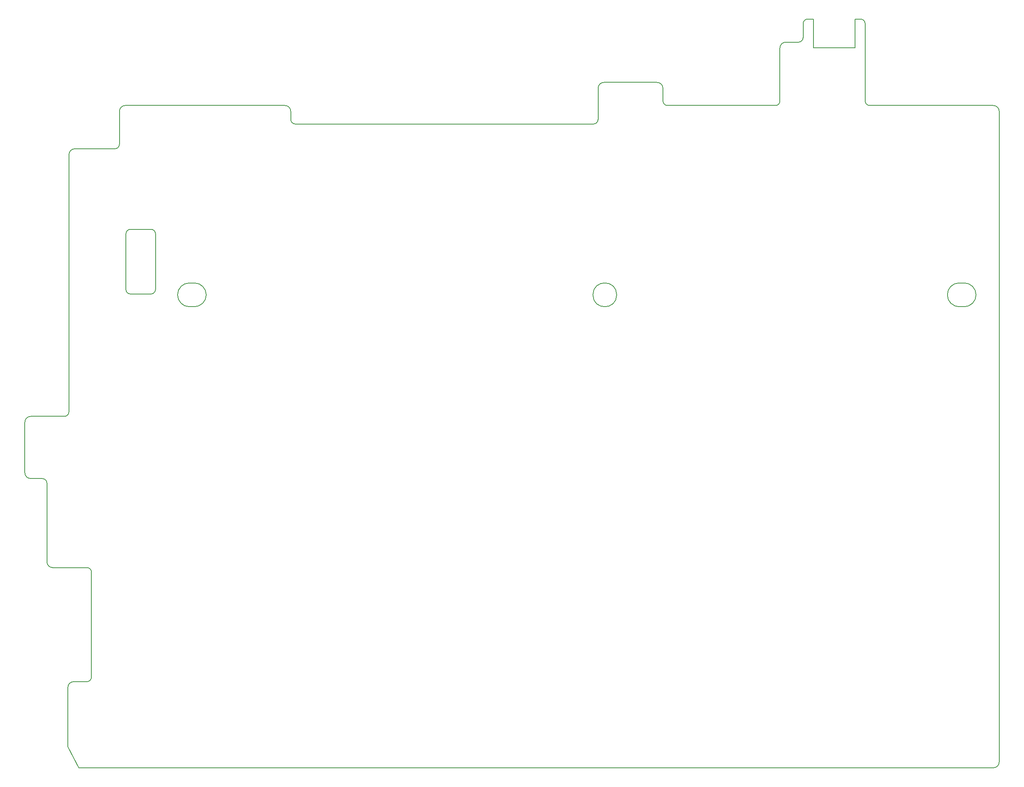
<source format=gbr>
%TF.GenerationSoftware,KiCad,Pcbnew,8.0.2*%
%TF.CreationDate,2024-11-08T19:37:49-08:00*%
%TF.ProjectId,gh80-5000-right,67683830-2d35-4303-9030-2d7269676874,rev?*%
%TF.SameCoordinates,Original*%
%TF.FileFunction,Profile,NP*%
%FSLAX46Y46*%
G04 Gerber Fmt 4.6, Leading zero omitted, Abs format (unit mm)*
G04 Created by KiCad (PCBNEW 8.0.2) date 2024-11-08 19:37:49*
%MOMM*%
%LPD*%
G01*
G04 APERTURE LIST*
%TA.AperFunction,Profile*%
%ADD10C,0.200000*%
%TD*%
G04 APERTURE END LIST*
D10*
X135650000Y-81580000D02*
X135650000Y-79822764D01*
X87512500Y-204420009D02*
X87512500Y-217190000D01*
X92612500Y-202170009D02*
G75*
G02*
X91612512Y-203170000I-1000000J9D01*
G01*
X87750000Y-89190009D02*
X87750000Y-144800009D01*
X241300000Y-77580009D02*
G75*
G02*
X240300012Y-78580000I-1000000J9D01*
G01*
X214775012Y-73580000D02*
G75*
G02*
X216024979Y-74837254I-12J-1250000D01*
G01*
X248500000Y-66060000D02*
X257500000Y-66060000D01*
X84237512Y-178500000D02*
X91612512Y-178500000D01*
X134400012Y-78580000D02*
G75*
G02*
X135649979Y-79822764I-12J-1250000D01*
G01*
X280025012Y-116940018D02*
X280025012Y-116940000D01*
X87512500Y-204420009D02*
G75*
G02*
X88762512Y-203170000I1250000J9D01*
G01*
X101050012Y-105340000D02*
X105450012Y-105340000D01*
X79475012Y-159240000D02*
G75*
G02*
X78225000Y-157990000I-12J1250000D01*
G01*
X280025012Y-116940000D02*
X281075012Y-116940000D01*
X287400012Y-221790000D02*
X89912500Y-221790000D01*
X87750000Y-144800009D02*
G75*
G02*
X86750012Y-145800000I-1000000J9D01*
G01*
X202025000Y-74830009D02*
X202025000Y-81580009D01*
X246300000Y-60880009D02*
X246300000Y-63880009D01*
X247300012Y-59880000D02*
X248500000Y-59880000D01*
X259700000Y-60886333D02*
X259700000Y-77580000D01*
X97650012Y-87940000D02*
X89000012Y-87940000D01*
X81987512Y-159240000D02*
G75*
G02*
X82987479Y-160246489I-12J-1000000D01*
G01*
X257500000Y-59880000D02*
X258700012Y-59880000D01*
X113775012Y-116940018D02*
X113775012Y-116940000D01*
X113775012Y-122090000D02*
G75*
G02*
X113775012Y-116940000I-12J2575000D01*
G01*
X106450000Y-118340009D02*
G75*
G02*
X105450012Y-119340000I-1000000J9D01*
G01*
X79475012Y-159240000D02*
X81987512Y-159240000D01*
X260700012Y-78580000D02*
G75*
G02*
X259700000Y-77580000I-12J1000000D01*
G01*
X86750012Y-145800000D02*
X79475012Y-145800000D01*
X257500000Y-66060000D02*
X257500000Y-59880000D01*
X202025000Y-74830009D02*
G75*
G02*
X203275012Y-73580000I1250000J9D01*
G01*
X101050012Y-119340000D02*
G75*
G02*
X100050000Y-118340000I-12J1000000D01*
G01*
X84237512Y-178500000D02*
G75*
G02*
X82987500Y-177250000I-12J1250000D01*
G01*
X246300000Y-60880009D02*
G75*
G02*
X247300012Y-59880000I1000000J9D01*
G01*
X87512500Y-217190000D02*
X89912500Y-221790000D01*
X100050000Y-106340009D02*
G75*
G02*
X101050012Y-105340000I1000000J9D01*
G01*
X134400012Y-78580000D02*
X99900012Y-78580000D01*
X98650000Y-86940009D02*
G75*
G02*
X97650012Y-87940000I-1000000J9D01*
G01*
X100050000Y-118340000D02*
X100050000Y-106340009D01*
X106450000Y-106346489D02*
X106450000Y-118340009D01*
X201025012Y-82580000D02*
X136650012Y-82580000D01*
X248500000Y-59880000D02*
X248500000Y-66060000D01*
X105450012Y-105340000D02*
G75*
G02*
X106449979Y-106346489I-12J-1000000D01*
G01*
X216025000Y-74837254D02*
X216025000Y-77580000D01*
X206050000Y-119515000D02*
G75*
G02*
X200900000Y-119515000I-2575000J0D01*
G01*
X200900000Y-119515000D02*
G75*
G02*
X206050000Y-119515000I2575000J0D01*
G01*
X288650000Y-79837254D02*
X288650000Y-220540009D01*
X258700012Y-59880000D02*
G75*
G02*
X259699980Y-60886333I-12J-1000000D01*
G01*
X82987500Y-160246489D02*
X82987500Y-177250000D01*
X113775012Y-116940000D02*
X114825012Y-116940000D01*
X92612500Y-179506489D02*
X92612500Y-202170009D01*
X287400012Y-78580000D02*
X260700012Y-78580000D01*
X105450012Y-119340000D02*
X101050012Y-119340000D01*
X246300000Y-63880009D02*
G75*
G02*
X245300012Y-64880000I-1000000J9D01*
G01*
X91612512Y-203170000D02*
X88762512Y-203170000D01*
X98650000Y-79830009D02*
G75*
G02*
X99900012Y-78580000I1250000J9D01*
G01*
X281075012Y-116940000D02*
G75*
G02*
X281065656Y-122089983I-12J-2575000D01*
G01*
X203275012Y-73580000D02*
X214775012Y-73580000D01*
X114825012Y-116940000D02*
G75*
G02*
X114815656Y-122089983I-12J-2575000D01*
G01*
X78225000Y-147050009D02*
G75*
G02*
X79475012Y-145800000I1250000J9D01*
G01*
X288650000Y-220540009D02*
G75*
G02*
X287400012Y-221790000I-1250000J9D01*
G01*
X240300012Y-78580000D02*
X217025012Y-78580000D01*
X217025012Y-78580000D02*
G75*
G02*
X216025000Y-77580000I-12J1000000D01*
G01*
X280025012Y-122090000D02*
G75*
G02*
X280025012Y-116940000I-12J2575000D01*
G01*
X136650012Y-82580000D02*
G75*
G02*
X135650000Y-81580000I-12J1000000D01*
G01*
X87750000Y-89190009D02*
G75*
G02*
X89000012Y-87940000I1250000J9D01*
G01*
X91612512Y-178500000D02*
G75*
G02*
X92612479Y-179506489I-12J-1000000D01*
G01*
X241300000Y-66130009D02*
X241300000Y-77580009D01*
X78225000Y-147050009D02*
X78225000Y-157990000D01*
X114815656Y-122090000D02*
X113775012Y-122090000D01*
X245300012Y-64880000D02*
X242550012Y-64880000D01*
X98650000Y-79830009D02*
X98650000Y-86940009D01*
X241300000Y-66130009D02*
G75*
G02*
X242550012Y-64880000I1250000J9D01*
G01*
X281065656Y-122090000D02*
X280025012Y-122090000D01*
X287400012Y-78580000D02*
G75*
G02*
X288649979Y-79837254I-12J-1250000D01*
G01*
X202025000Y-81580009D02*
G75*
G02*
X201025012Y-82580000I-1000000J9D01*
G01*
M02*

</source>
